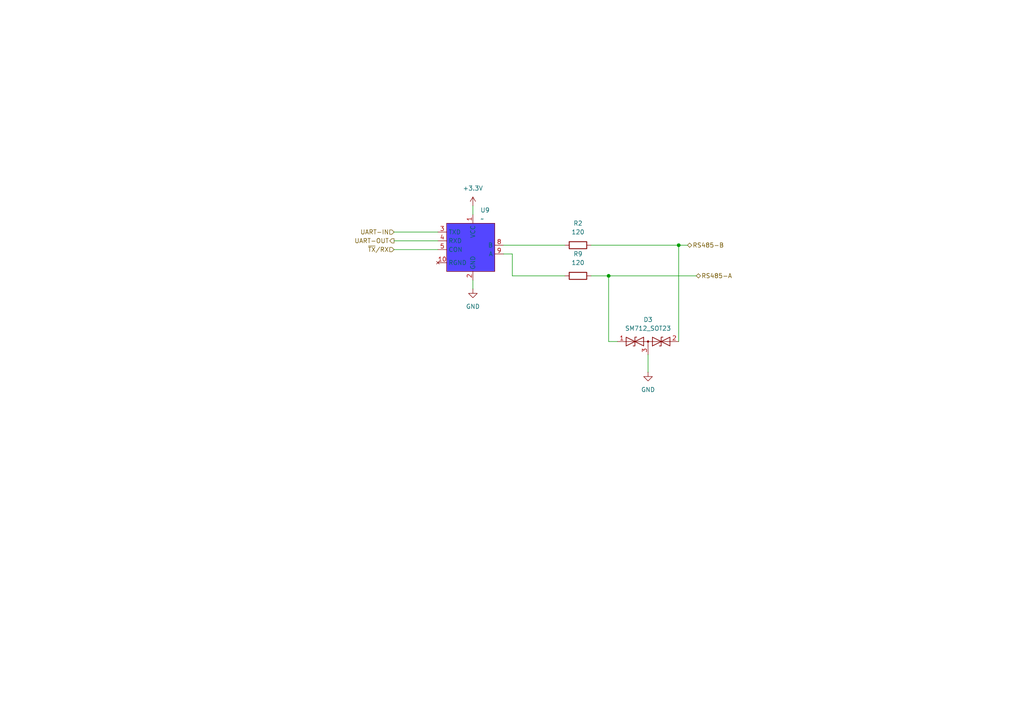
<source format=kicad_sch>
(kicad_sch
	(version 20250114)
	(generator "eeschema")
	(generator_version "9.0")
	(uuid "2a38c46d-96f4-45d8-8bd7-edf1b8fc1615")
	(paper "A4")
	(lib_symbols
		(symbol "Diode:SM712_SOT23"
			(pin_names
				(offset 1.016)
				(hide yes)
			)
			(exclude_from_sim no)
			(in_bom yes)
			(on_board yes)
			(property "Reference" "D"
				(at 0 4.445 0)
				(effects
					(font
						(size 1.27 1.27)
					)
				)
			)
			(property "Value" "SM712_SOT23"
				(at 0 2.54 0)
				(effects
					(font
						(size 1.27 1.27)
					)
				)
			)
			(property "Footprint" "Package_TO_SOT_SMD:SOT-23"
				(at 0 -8.89 0)
				(effects
					(font
						(size 1.27 1.27)
					)
					(hide yes)
				)
			)
			(property "Datasheet" "https://www.littelfuse.com/~/media/electronics/datasheets/tvs_diode_arrays/littelfuse_tvs_diode_array_sm712_datasheet.pdf.pdf"
				(at -3.81 0 0)
				(effects
					(font
						(size 1.27 1.27)
					)
					(hide yes)
				)
			)
			(property "Description" "7V/12V, 600W Asymmetrical TVS Diode Array, SOT-23"
				(at 0 0 0)
				(effects
					(font
						(size 1.27 1.27)
					)
					(hide yes)
				)
			)
			(property "ki_keywords" "transient voltage suppressor thyrector transil"
				(at 0 0 0)
				(effects
					(font
						(size 1.27 1.27)
					)
					(hide yes)
				)
			)
			(property "ki_fp_filters" "SOT?23*"
				(at 0 0 0)
				(effects
					(font
						(size 1.27 1.27)
					)
					(hide yes)
				)
			)
			(symbol "SM712_SOT23_0_0"
				(polyline
					(pts
						(xy 0 -1.27) (xy 0 0)
					)
					(stroke
						(width 0)
						(type default)
					)
					(fill
						(type none)
					)
				)
			)
			(symbol "SM712_SOT23_0_1"
				(polyline
					(pts
						(xy -6.35 0) (xy 6.35 0)
					)
					(stroke
						(width 0)
						(type default)
					)
					(fill
						(type none)
					)
				)
				(polyline
					(pts
						(xy -6.35 -1.27) (xy -1.27 1.27) (xy -1.27 -1.27) (xy -6.35 1.27) (xy -6.35 -1.27)
					)
					(stroke
						(width 0.2032)
						(type default)
					)
					(fill
						(type none)
					)
				)
				(polyline
					(pts
						(xy -3.302 1.27) (xy -3.81 1.27) (xy -3.81 -1.27) (xy -4.318 -1.27)
					)
					(stroke
						(width 0.2032)
						(type default)
					)
					(fill
						(type none)
					)
				)
				(circle
					(center 0 0)
					(radius 0.254)
					(stroke
						(width 0)
						(type default)
					)
					(fill
						(type outline)
					)
				)
				(polyline
					(pts
						(xy 1.27 -1.27) (xy 1.27 1.27) (xy 6.35 -1.27) (xy 6.35 1.27) (xy 1.27 -1.27)
					)
					(stroke
						(width 0.2032)
						(type default)
					)
					(fill
						(type none)
					)
				)
				(polyline
					(pts
						(xy 4.318 1.27) (xy 3.81 1.27) (xy 3.81 -1.27) (xy 3.302 -1.27)
					)
					(stroke
						(width 0.2032)
						(type default)
					)
					(fill
						(type none)
					)
				)
			)
			(symbol "SM712_SOT23_1_1"
				(pin passive line
					(at -8.89 0 0)
					(length 2.54)
					(name "A1"
						(effects
							(font
								(size 1.27 1.27)
							)
						)
					)
					(number "1"
						(effects
							(font
								(size 1.27 1.27)
							)
						)
					)
				)
				(pin input line
					(at 0 -3.81 90)
					(length 2.54)
					(name "common"
						(effects
							(font
								(size 1.27 1.27)
							)
						)
					)
					(number "3"
						(effects
							(font
								(size 1.27 1.27)
							)
						)
					)
				)
				(pin passive line
					(at 8.89 0 180)
					(length 2.54)
					(name "A2"
						(effects
							(font
								(size 1.27 1.27)
							)
						)
					)
					(number "2"
						(effects
							(font
								(size 1.27 1.27)
							)
						)
					)
				)
			)
			(embedded_fonts no)
		)
		(symbol "PCM_4ms_Power-symbol:+3.3V"
			(power)
			(pin_names
				(offset 0)
			)
			(exclude_from_sim no)
			(in_bom yes)
			(on_board yes)
			(property "Reference" "#PWR"
				(at 0 -3.81 0)
				(effects
					(font
						(size 1.27 1.27)
					)
					(hide yes)
				)
			)
			(property "Value" "+3.3V"
				(at 0 3.556 0)
				(effects
					(font
						(size 1.27 1.27)
					)
				)
			)
			(property "Footprint" ""
				(at 0 0 0)
				(effects
					(font
						(size 1.27 1.27)
					)
					(hide yes)
				)
			)
			(property "Datasheet" ""
				(at 0 0 0)
				(effects
					(font
						(size 1.27 1.27)
					)
					(hide yes)
				)
			)
			(property "Description" ""
				(at 0 0 0)
				(effects
					(font
						(size 1.27 1.27)
					)
					(hide yes)
				)
			)
			(symbol "+3.3V_0_1"
				(polyline
					(pts
						(xy -0.762 1.27) (xy 0 2.54)
					)
					(stroke
						(width 0)
						(type default)
					)
					(fill
						(type none)
					)
				)
				(polyline
					(pts
						(xy 0 2.54) (xy 0.762 1.27)
					)
					(stroke
						(width 0)
						(type default)
					)
					(fill
						(type none)
					)
				)
				(polyline
					(pts
						(xy 0 0) (xy 0 2.54)
					)
					(stroke
						(width 0)
						(type default)
					)
					(fill
						(type none)
					)
				)
			)
			(symbol "+3.3V_1_1"
				(pin power_in line
					(at 0 0 90)
					(length 0)
					(hide yes)
					(name "+3V3"
						(effects
							(font
								(size 1.27 1.27)
							)
						)
					)
					(number "1"
						(effects
							(font
								(size 1.27 1.27)
							)
						)
					)
				)
			)
			(embedded_fonts no)
		)
		(symbol "PCM_Resistor_AKL:R_0603"
			(pin_numbers
				(hide yes)
			)
			(pin_names
				(offset 0)
			)
			(exclude_from_sim no)
			(in_bom yes)
			(on_board yes)
			(property "Reference" "R"
				(at 2.54 1.27 0)
				(effects
					(font
						(size 1.27 1.27)
					)
					(justify left)
				)
			)
			(property "Value" "R_0603"
				(at 2.54 -1.27 0)
				(effects
					(font
						(size 1.27 1.27)
					)
					(justify left)
				)
			)
			(property "Footprint" "PCM_Resistor_SMD_AKL:R_0603_1608Metric"
				(at 0 -11.43 0)
				(effects
					(font
						(size 1.27 1.27)
					)
					(hide yes)
				)
			)
			(property "Datasheet" "~"
				(at 0 0 0)
				(effects
					(font
						(size 1.27 1.27)
					)
					(hide yes)
				)
			)
			(property "Description" "SMD 0603 Chip Resistor, European Symbol, Alternate KiCad Library"
				(at 0 0 0)
				(effects
					(font
						(size 1.27 1.27)
					)
					(hide yes)
				)
			)
			(property "ki_keywords" "R res resistor eu SMD 0603"
				(at 0 0 0)
				(effects
					(font
						(size 1.27 1.27)
					)
					(hide yes)
				)
			)
			(property "ki_fp_filters" "R_*"
				(at 0 0 0)
				(effects
					(font
						(size 1.27 1.27)
					)
					(hide yes)
				)
			)
			(symbol "R_0603_0_1"
				(rectangle
					(start -1.016 2.54)
					(end 1.016 -2.54)
					(stroke
						(width 0.254)
						(type default)
					)
					(fill
						(type none)
					)
				)
			)
			(symbol "R_0603_0_2"
				(polyline
					(pts
						(xy -2.54 -2.54) (xy -1.524 -1.524)
					)
					(stroke
						(width 0)
						(type default)
					)
					(fill
						(type none)
					)
				)
				(polyline
					(pts
						(xy 1.524 1.524) (xy 2.54 2.54)
					)
					(stroke
						(width 0)
						(type default)
					)
					(fill
						(type none)
					)
				)
				(polyline
					(pts
						(xy 1.524 1.524) (xy 0.889 2.159) (xy -2.159 -0.889) (xy -0.889 -2.159) (xy 2.159 0.889) (xy 1.524 1.524)
					)
					(stroke
						(width 0.254)
						(type default)
					)
					(fill
						(type none)
					)
				)
			)
			(symbol "R_0603_1_1"
				(pin passive line
					(at 0 3.81 270)
					(length 1.27)
					(name "~"
						(effects
							(font
								(size 1.27 1.27)
							)
						)
					)
					(number "1"
						(effects
							(font
								(size 1.27 1.27)
							)
						)
					)
				)
				(pin passive line
					(at 0 -3.81 90)
					(length 1.27)
					(name "~"
						(effects
							(font
								(size 1.27 1.27)
							)
						)
					)
					(number "2"
						(effects
							(font
								(size 1.27 1.27)
							)
						)
					)
				)
			)
			(symbol "R_0603_1_2"
				(pin passive line
					(at -2.54 -2.54 0)
					(length 0)
					(name ""
						(effects
							(font
								(size 1.27 1.27)
							)
						)
					)
					(number "2"
						(effects
							(font
								(size 1.27 1.27)
							)
						)
					)
				)
				(pin passive line
					(at 2.54 2.54 180)
					(length 0)
					(name ""
						(effects
							(font
								(size 1.27 1.27)
							)
						)
					)
					(number "1"
						(effects
							(font
								(size 1.27 1.27)
							)
						)
					)
				)
			)
			(embedded_fonts no)
		)
		(symbol "RSM3485ECHT:RSM3485ECHT-2"
			(exclude_from_sim no)
			(in_bom yes)
			(on_board yes)
			(property "Reference" "U9"
				(at 3.4133 19.05 0)
				(effects
					(font
						(size 1.27 1.27)
					)
					(justify left)
				)
			)
			(property "Value" "~"
				(at 3.4133 16.51 0)
				(effects
					(font
						(size 1.27 1.27)
					)
					(justify left)
				)
			)
			(property "Footprint" "Package_DFN_QFN:DFN-8-1EP_4x4mm_P0.8mm_EP2.5x3.6mm"
				(at 0 0 0)
				(effects
					(font
						(size 1.27 1.27)
					)
					(hide yes)
				)
			)
			(property "Datasheet" "https://lcsc.com/datasheet/lcsc_datasheet_2411051508_YLPTEC-RSM3485ECHT_C2992406.pdf"
				(at 0 0 0)
				(effects
					(font
						(size 1.27 1.27)
					)
					(hide yes)
				)
			)
			(property "Description" ""
				(at 0 0 0)
				(effects
					(font
						(size 1.27 1.27)
					)
					(hide yes)
				)
			)
			(symbol "RSM3485ECHT-2_1_1"
				(rectangle
					(start -6.35 15.24)
					(end 7.62 1.27)
					(stroke
						(width 0)
						(type solid)
					)
					(fill
						(type color)
						(color 84 70 255 1)
					)
				)
				(pin input line
					(at -8.89 12.7 0)
					(length 2.54)
					(name "TXD"
						(effects
							(font
								(size 1.27 1.27)
							)
						)
					)
					(number "3"
						(effects
							(font
								(size 1.27 1.27)
							)
						)
					)
				)
				(pin input line
					(at -8.89 10.16 0)
					(length 2.54)
					(name "RXD"
						(effects
							(font
								(size 1.27 1.27)
							)
						)
					)
					(number "4"
						(effects
							(font
								(size 1.27 1.27)
							)
						)
					)
				)
				(pin input line
					(at -8.89 7.62 0)
					(length 2.54)
					(name "CON"
						(effects
							(font
								(size 1.27 1.27)
							)
						)
					)
					(number "5"
						(effects
							(font
								(size 1.27 1.27)
							)
						)
					)
				)
				(pin no_connect line
					(at -8.89 3.81 0)
					(length 2.54)
					(name "RGND"
						(effects
							(font
								(size 1.27 1.27)
							)
						)
					)
					(number "10"
						(effects
							(font
								(size 1.27 1.27)
							)
						)
					)
				)
				(pin input line
					(at 1.27 17.78 270)
					(length 2.54)
					(name "VCC"
						(effects
							(font
								(size 1.27 1.27)
							)
						)
					)
					(number "1"
						(effects
							(font
								(size 1.27 1.27)
							)
						)
					)
				)
				(pin input line
					(at 1.27 -1.27 90)
					(length 2.54)
					(name "GND"
						(effects
							(font
								(size 1.27 1.27)
							)
						)
					)
					(number "2"
						(effects
							(font
								(size 1.27 1.27)
							)
						)
					)
				)
				(pin input line
					(at 10.16 8.89 180)
					(length 2.54)
					(name "B"
						(effects
							(font
								(size 1.27 1.27)
							)
						)
					)
					(number "8"
						(effects
							(font
								(size 1.27 1.27)
							)
						)
					)
				)
				(pin input line
					(at 10.16 6.35 180)
					(length 2.54)
					(name "A"
						(effects
							(font
								(size 1.27 1.27)
							)
						)
					)
					(number "9"
						(effects
							(font
								(size 1.27 1.27)
							)
						)
					)
				)
			)
			(embedded_fonts no)
		)
		(symbol "power:GND"
			(power)
			(pin_numbers
				(hide yes)
			)
			(pin_names
				(offset 0)
				(hide yes)
			)
			(exclude_from_sim no)
			(in_bom yes)
			(on_board yes)
			(property "Reference" "#PWR"
				(at 0 -6.35 0)
				(effects
					(font
						(size 1.27 1.27)
					)
					(hide yes)
				)
			)
			(property "Value" "GND"
				(at 0 -3.81 0)
				(effects
					(font
						(size 1.27 1.27)
					)
				)
			)
			(property "Footprint" ""
				(at 0 0 0)
				(effects
					(font
						(size 1.27 1.27)
					)
					(hide yes)
				)
			)
			(property "Datasheet" ""
				(at 0 0 0)
				(effects
					(font
						(size 1.27 1.27)
					)
					(hide yes)
				)
			)
			(property "Description" "Power symbol creates a global label with name \"GND\" , ground"
				(at 0 0 0)
				(effects
					(font
						(size 1.27 1.27)
					)
					(hide yes)
				)
			)
			(property "ki_keywords" "global power"
				(at 0 0 0)
				(effects
					(font
						(size 1.27 1.27)
					)
					(hide yes)
				)
			)
			(symbol "GND_0_1"
				(polyline
					(pts
						(xy 0 0) (xy 0 -1.27) (xy 1.27 -1.27) (xy 0 -2.54) (xy -1.27 -1.27) (xy 0 -1.27)
					)
					(stroke
						(width 0)
						(type default)
					)
					(fill
						(type none)
					)
				)
			)
			(symbol "GND_1_1"
				(pin power_in line
					(at 0 0 270)
					(length 0)
					(name "~"
						(effects
							(font
								(size 1.27 1.27)
							)
						)
					)
					(number "1"
						(effects
							(font
								(size 1.27 1.27)
							)
						)
					)
				)
			)
			(embedded_fonts no)
		)
	)
	(junction
		(at 176.53 80.01)
		(diameter 0)
		(color 0 0 0 0)
		(uuid "56b923d0-91d0-491c-91be-c5fa876f1f72")
	)
	(junction
		(at 196.85 71.12)
		(diameter 0)
		(color 0 0 0 0)
		(uuid "5a9e0a1e-1aa5-4bb5-8de0-865857e99b2e")
	)
	(wire
		(pts
			(xy 179.07 99.06) (xy 176.53 99.06)
		)
		(stroke
			(width 0)
			(type default)
		)
		(uuid "00136959-2773-47af-9124-68c947e8246a")
	)
	(wire
		(pts
			(xy 196.85 71.12) (xy 199.39 71.12)
		)
		(stroke
			(width 0)
			(type default)
		)
		(uuid "2554e50b-8bb0-4b4b-a00a-bb8f0432acbe")
	)
	(wire
		(pts
			(xy 114.3 67.31) (xy 127 67.31)
		)
		(stroke
			(width 0)
			(type default)
		)
		(uuid "307e56a5-951d-4692-ae6a-1c715dd4785a")
	)
	(wire
		(pts
			(xy 176.53 99.06) (xy 176.53 80.01)
		)
		(stroke
			(width 0)
			(type default)
		)
		(uuid "3750d1ff-90c7-4242-b62a-0a7d80ff6b45")
	)
	(wire
		(pts
			(xy 196.85 99.06) (xy 196.85 71.12)
		)
		(stroke
			(width 0)
			(type default)
		)
		(uuid "45d8e9c4-07fd-45d2-b9b6-c28dfd3609b4")
	)
	(wire
		(pts
			(xy 137.16 81.28) (xy 137.16 83.82)
		)
		(stroke
			(width 0)
			(type default)
		)
		(uuid "45dd3b4a-daca-4a0d-9da3-373c69e114c9")
	)
	(wire
		(pts
			(xy 146.05 71.12) (xy 163.83 71.12)
		)
		(stroke
			(width 0)
			(type default)
		)
		(uuid "47a45f90-686b-4e9f-81fb-4ae29de0a79f")
	)
	(wire
		(pts
			(xy 114.3 69.85) (xy 127 69.85)
		)
		(stroke
			(width 0)
			(type default)
		)
		(uuid "4df60368-9ce3-4413-a020-40112d9311a4")
	)
	(wire
		(pts
			(xy 176.53 80.01) (xy 171.45 80.01)
		)
		(stroke
			(width 0)
			(type default)
		)
		(uuid "5d8f6685-2496-46bb-acb0-e1e85382b72d")
	)
	(wire
		(pts
			(xy 187.96 102.87) (xy 187.96 107.95)
		)
		(stroke
			(width 0)
			(type default)
		)
		(uuid "728dbb9f-ef12-4cff-a8c3-6d005cb0d52f")
	)
	(wire
		(pts
			(xy 176.53 80.01) (xy 201.93 80.01)
		)
		(stroke
			(width 0)
			(type default)
		)
		(uuid "844c2b0a-555c-45b4-b93c-86b2ec9ee565")
	)
	(wire
		(pts
			(xy 137.16 59.69) (xy 137.16 62.23)
		)
		(stroke
			(width 0)
			(type default)
		)
		(uuid "8ca5e2f3-6e43-432c-a342-24159e198a09")
	)
	(wire
		(pts
			(xy 148.59 73.66) (xy 146.05 73.66)
		)
		(stroke
			(width 0)
			(type default)
		)
		(uuid "9315d4d5-8420-41b0-a428-1bd546267d27")
	)
	(wire
		(pts
			(xy 171.45 71.12) (xy 196.85 71.12)
		)
		(stroke
			(width 0)
			(type default)
		)
		(uuid "9f2c308d-b94e-468f-adc3-6fc690612138")
	)
	(wire
		(pts
			(xy 148.59 80.01) (xy 163.83 80.01)
		)
		(stroke
			(width 0)
			(type default)
		)
		(uuid "c9f14792-b778-464b-abcb-6748581755eb")
	)
	(wire
		(pts
			(xy 114.3 72.39) (xy 127 72.39)
		)
		(stroke
			(width 0)
			(type default)
		)
		(uuid "d7bb264f-a1f7-4fa1-895b-bbe68e926f64")
	)
	(wire
		(pts
			(xy 148.59 80.01) (xy 148.59 73.66)
		)
		(stroke
			(width 0)
			(type default)
		)
		(uuid "e6541238-ed16-4334-8825-b3059eccec5a")
	)
	(hierarchical_label "RS485-A"
		(shape bidirectional)
		(at 201.93 80.01 0)
		(effects
			(font
				(size 1.27 1.27)
			)
			(justify left)
		)
		(uuid "427f768e-085f-4570-9df2-9d49633d8213")
	)
	(hierarchical_label "UART-IN"
		(shape input)
		(at 114.3 67.31 180)
		(effects
			(font
				(size 1.27 1.27)
			)
			(justify right)
		)
		(uuid "67a3bc7b-a823-4ca1-a229-dafbb948bb4e")
	)
	(hierarchical_label "~{TX}{slash}RX"
		(shape input)
		(at 114.3 72.39 180)
		(effects
			(font
				(size 1.27 1.27)
			)
			(justify right)
		)
		(uuid "8bb6c1c7-e755-4d5e-a6b0-29c923112137")
	)
	(hierarchical_label "UART-OUT"
		(shape output)
		(at 114.3 69.85 180)
		(effects
			(font
				(size 1.27 1.27)
			)
			(justify right)
		)
		(uuid "ade8eeb5-7e83-4e4d-81de-50dfda883be6")
	)
	(hierarchical_label "RS485-B"
		(shape bidirectional)
		(at 199.39 71.12 0)
		(effects
			(font
				(size 1.27 1.27)
			)
			(justify left)
		)
		(uuid "c68f69f6-d79f-4610-8c7c-27b14cb36aec")
	)
	(symbol
		(lib_id "PCM_Resistor_AKL:R_0603")
		(at 167.64 71.12 90)
		(unit 1)
		(exclude_from_sim no)
		(in_bom yes)
		(on_board yes)
		(dnp no)
		(fields_autoplaced yes)
		(uuid "1730dec0-7cd8-4809-ba79-9e9a5ecf7f26")
		(property "Reference" "R2"
			(at 167.64 64.77 90)
			(effects
				(font
					(size 1.27 1.27)
				)
			)
		)
		(property "Value" "120"
			(at 167.64 67.31 90)
			(effects
				(font
					(size 1.27 1.27)
				)
			)
		)
		(property "Footprint" "PCM_Resistor_SMD_AKL:R_0603_1608Metric"
			(at 179.07 71.12 0)
			(effects
				(font
					(size 1.27 1.27)
				)
				(hide yes)
			)
		)
		(property "Datasheet" "~"
			(at 167.64 71.12 0)
			(effects
				(font
					(size 1.27 1.27)
				)
				(hide yes)
			)
		)
		(property "Description" "SMD 0603 Chip Resistor, European Symbol, Alternate KiCad Library"
			(at 167.64 71.12 0)
			(effects
				(font
					(size 1.27 1.27)
				)
				(hide yes)
			)
		)
		(pin "1"
			(uuid "06ca68eb-053c-4d1b-9f69-2b75383e247a")
		)
		(pin "2"
			(uuid "8e5327e4-4a9b-4383-a8f8-f8d6f313ab30")
		)
		(instances
			(project ""
				(path "/65bd0161-ef9e-46bf-8f53-5e79265dec38/b9169cbc-15eb-4442-a6f5-930282d069c3/04ac41c3-e933-40cf-893e-70ee128ec74d"
					(reference "R2")
					(unit 1)
				)
			)
		)
	)
	(symbol
		(lib_id "power:GND")
		(at 137.16 83.82 0)
		(unit 1)
		(exclude_from_sim no)
		(in_bom yes)
		(on_board yes)
		(dnp no)
		(fields_autoplaced yes)
		(uuid "4095e1f8-72b7-4f25-bf75-31bc3827c213")
		(property "Reference" "#PWR031"
			(at 137.16 90.17 0)
			(effects
				(font
					(size 1.27 1.27)
				)
				(hide yes)
			)
		)
		(property "Value" "GND"
			(at 137.16 88.9 0)
			(effects
				(font
					(size 1.27 1.27)
				)
			)
		)
		(property "Footprint" ""
			(at 137.16 83.82 0)
			(effects
				(font
					(size 1.27 1.27)
				)
				(hide yes)
			)
		)
		(property "Datasheet" ""
			(at 137.16 83.82 0)
			(effects
				(font
					(size 1.27 1.27)
				)
				(hide yes)
			)
		)
		(property "Description" "Power symbol creates a global label with name \"GND\" , ground"
			(at 137.16 83.82 0)
			(effects
				(font
					(size 1.27 1.27)
				)
				(hide yes)
			)
		)
		(pin "1"
			(uuid "fc330316-c4cd-451d-92a1-5fbdce2d49c9")
		)
		(instances
			(project ""
				(path "/65bd0161-ef9e-46bf-8f53-5e79265dec38/b9169cbc-15eb-4442-a6f5-930282d069c3/04ac41c3-e933-40cf-893e-70ee128ec74d"
					(reference "#PWR031")
					(unit 1)
				)
			)
		)
	)
	(symbol
		(lib_id "RSM3485ECHT:RSM3485ECHT-2")
		(at 135.89 80.01 0)
		(unit 1)
		(exclude_from_sim no)
		(in_bom yes)
		(on_board yes)
		(dnp no)
		(fields_autoplaced yes)
		(uuid "9ad3670d-b3ff-4c0e-8ce5-e1a49060fee7")
		(property "Reference" "U9"
			(at 139.3033 60.96 0)
			(effects
				(font
					(size 1.27 1.27)
				)
				(justify left)
			)
		)
		(property "Value" "~"
			(at 139.3033 63.5 0)
			(effects
				(font
					(size 1.27 1.27)
				)
				(justify left)
			)
		)
		(property "Footprint" "RSM3485ECHT:RSM3485ECHT"
			(at 135.89 80.01 0)
			(effects
				(font
					(size 1.27 1.27)
				)
				(hide yes)
			)
		)
		(property "Datasheet" "https://lcsc.com/datasheet/lcsc_datasheet_2411051508_YLPTEC-RSM3485ECHT_C2992406.pdf"
			(at 135.89 80.01 0)
			(effects
				(font
					(size 1.27 1.27)
				)
				(hide yes)
			)
		)
		(property "Description" ""
			(at 135.89 80.01 0)
			(effects
				(font
					(size 1.27 1.27)
				)
				(hide yes)
			)
		)
		(pin "5"
			(uuid "26fee910-7070-4b0f-9ceb-039372dc4585")
		)
		(pin "10"
			(uuid "68d7808e-ec9e-4185-bed9-d3973ad2e7df")
		)
		(pin "3"
			(uuid "d77228c9-bdb8-41bc-b602-deb57ff27496")
		)
		(pin "8"
			(uuid "20a607bd-18ae-4588-a868-5e0e46352020")
		)
		(pin "9"
			(uuid "b2158cfc-a32c-42a3-a3d9-6f5d04c1fa27")
		)
		(pin "4"
			(uuid "8035d0c1-c575-4655-b6a0-66455ce4cee3")
		)
		(pin "1"
			(uuid "2365aac7-867d-46df-bc9f-4032d1085dbf")
		)
		(pin "2"
			(uuid "2a0a09e3-154c-4817-9671-f70c0edce553")
		)
		(instances
			(project ""
				(path "/65bd0161-ef9e-46bf-8f53-5e79265dec38/b9169cbc-15eb-4442-a6f5-930282d069c3/04ac41c3-e933-40cf-893e-70ee128ec74d"
					(reference "U9")
					(unit 1)
				)
			)
		)
	)
	(symbol
		(lib_id "Diode:SM712_SOT23")
		(at 187.96 99.06 0)
		(unit 1)
		(exclude_from_sim no)
		(in_bom yes)
		(on_board yes)
		(dnp no)
		(fields_autoplaced yes)
		(uuid "9c6648a1-491d-4093-b167-bcf4bcbb4a0b")
		(property "Reference" "D3"
			(at 187.96 92.71 0)
			(effects
				(font
					(size 1.27 1.27)
				)
			)
		)
		(property "Value" "SM712_SOT23"
			(at 187.96 95.25 0)
			(effects
				(font
					(size 1.27 1.27)
				)
			)
		)
		(property "Footprint" "Package_TO_SOT_SMD:SOT-23"
			(at 187.96 107.95 0)
			(effects
				(font
					(size 1.27 1.27)
				)
				(hide yes)
			)
		)
		(property "Datasheet" "https://www.littelfuse.com/~/media/electronics/datasheets/tvs_diode_arrays/littelfuse_tvs_diode_array_sm712_datasheet.pdf.pdf"
			(at 184.15 99.06 0)
			(effects
				(font
					(size 1.27 1.27)
				)
				(hide yes)
			)
		)
		(property "Description" "7V/12V, 600W Asymmetrical TVS Diode Array, SOT-23"
			(at 187.96 99.06 0)
			(effects
				(font
					(size 1.27 1.27)
				)
				(hide yes)
			)
		)
		(pin "3"
			(uuid "b5abe678-13e2-427a-bdf9-d80b9e2a4e39")
		)
		(pin "2"
			(uuid "0209740f-1ec2-42cd-8e64-16c44fce85b6")
		)
		(pin "1"
			(uuid "d422e174-5aec-4dcd-90ce-76b54be7956a")
		)
		(instances
			(project ""
				(path "/65bd0161-ef9e-46bf-8f53-5e79265dec38/b9169cbc-15eb-4442-a6f5-930282d069c3/04ac41c3-e933-40cf-893e-70ee128ec74d"
					(reference "D3")
					(unit 1)
				)
			)
		)
	)
	(symbol
		(lib_id "power:GND")
		(at 187.96 107.95 0)
		(unit 1)
		(exclude_from_sim no)
		(in_bom yes)
		(on_board yes)
		(dnp no)
		(fields_autoplaced yes)
		(uuid "b7d63ee3-3917-4cfe-bee5-ff3134bda82b")
		(property "Reference" "#PWR032"
			(at 187.96 114.3 0)
			(effects
				(font
					(size 1.27 1.27)
				)
				(hide yes)
			)
		)
		(property "Value" "GND"
			(at 187.96 113.03 0)
			(effects
				(font
					(size 1.27 1.27)
				)
			)
		)
		(property "Footprint" ""
			(at 187.96 107.95 0)
			(effects
				(font
					(size 1.27 1.27)
				)
				(hide yes)
			)
		)
		(property "Datasheet" ""
			(at 187.96 107.95 0)
			(effects
				(font
					(size 1.27 1.27)
				)
				(hide yes)
			)
		)
		(property "Description" "Power symbol creates a global label with name \"GND\" , ground"
			(at 187.96 107.95 0)
			(effects
				(font
					(size 1.27 1.27)
				)
				(hide yes)
			)
		)
		(pin "1"
			(uuid "29f5eb8d-c214-4e77-a226-a64aea472c13")
		)
		(instances
			(project "PCB2"
				(path "/65bd0161-ef9e-46bf-8f53-5e79265dec38/b9169cbc-15eb-4442-a6f5-930282d069c3/04ac41c3-e933-40cf-893e-70ee128ec74d"
					(reference "#PWR032")
					(unit 1)
				)
			)
		)
	)
	(symbol
		(lib_id "PCM_Resistor_AKL:R_0603")
		(at 167.64 80.01 90)
		(unit 1)
		(exclude_from_sim no)
		(in_bom yes)
		(on_board yes)
		(dnp no)
		(fields_autoplaced yes)
		(uuid "c42f02bc-634c-417c-981c-deb95daef213")
		(property "Reference" "R9"
			(at 167.64 73.66 90)
			(effects
				(font
					(size 1.27 1.27)
				)
			)
		)
		(property "Value" "120"
			(at 167.64 76.2 90)
			(effects
				(font
					(size 1.27 1.27)
				)
			)
		)
		(property "Footprint" "PCM_Resistor_SMD_AKL:R_0603_1608Metric"
			(at 179.07 80.01 0)
			(effects
				(font
					(size 1.27 1.27)
				)
				(hide yes)
			)
		)
		(property "Datasheet" "~"
			(at 167.64 80.01 0)
			(effects
				(font
					(size 1.27 1.27)
				)
				(hide yes)
			)
		)
		(property "Description" "SMD 0603 Chip Resistor, European Symbol, Alternate KiCad Library"
			(at 167.64 80.01 0)
			(effects
				(font
					(size 1.27 1.27)
				)
				(hide yes)
			)
		)
		(pin "1"
			(uuid "c8d8db9e-77e5-4544-8dcf-594d1c9f6e5f")
		)
		(pin "2"
			(uuid "b667d1b7-7be1-40df-975f-679b7bb45f60")
		)
		(instances
			(project "PCB2"
				(path "/65bd0161-ef9e-46bf-8f53-5e79265dec38/b9169cbc-15eb-4442-a6f5-930282d069c3/04ac41c3-e933-40cf-893e-70ee128ec74d"
					(reference "R9")
					(unit 1)
				)
			)
		)
	)
	(symbol
		(lib_id "PCM_4ms_Power-symbol:+3.3V")
		(at 137.16 59.69 0)
		(unit 1)
		(exclude_from_sim no)
		(in_bom yes)
		(on_board yes)
		(dnp no)
		(fields_autoplaced yes)
		(uuid "e9b05b78-f518-4072-b69b-c700b47be5e7")
		(property "Reference" "#PWR030"
			(at 137.16 63.5 0)
			(effects
				(font
					(size 1.27 1.27)
				)
				(hide yes)
			)
		)
		(property "Value" "+3.3V"
			(at 137.16 54.61 0)
			(effects
				(font
					(size 1.27 1.27)
				)
			)
		)
		(property "Footprint" ""
			(at 137.16 59.69 0)
			(effects
				(font
					(size 1.27 1.27)
				)
				(hide yes)
			)
		)
		(property "Datasheet" ""
			(at 137.16 59.69 0)
			(effects
				(font
					(size 1.27 1.27)
				)
				(hide yes)
			)
		)
		(property "Description" ""
			(at 137.16 59.69 0)
			(effects
				(font
					(size 1.27 1.27)
				)
				(hide yes)
			)
		)
		(pin "1"
			(uuid "a253f973-ce22-4f4f-9b2b-c39ed891a73c")
		)
		(instances
			(project ""
				(path "/65bd0161-ef9e-46bf-8f53-5e79265dec38/b9169cbc-15eb-4442-a6f5-930282d069c3/04ac41c3-e933-40cf-893e-70ee128ec74d"
					(reference "#PWR030")
					(unit 1)
				)
			)
		)
	)
)

</source>
